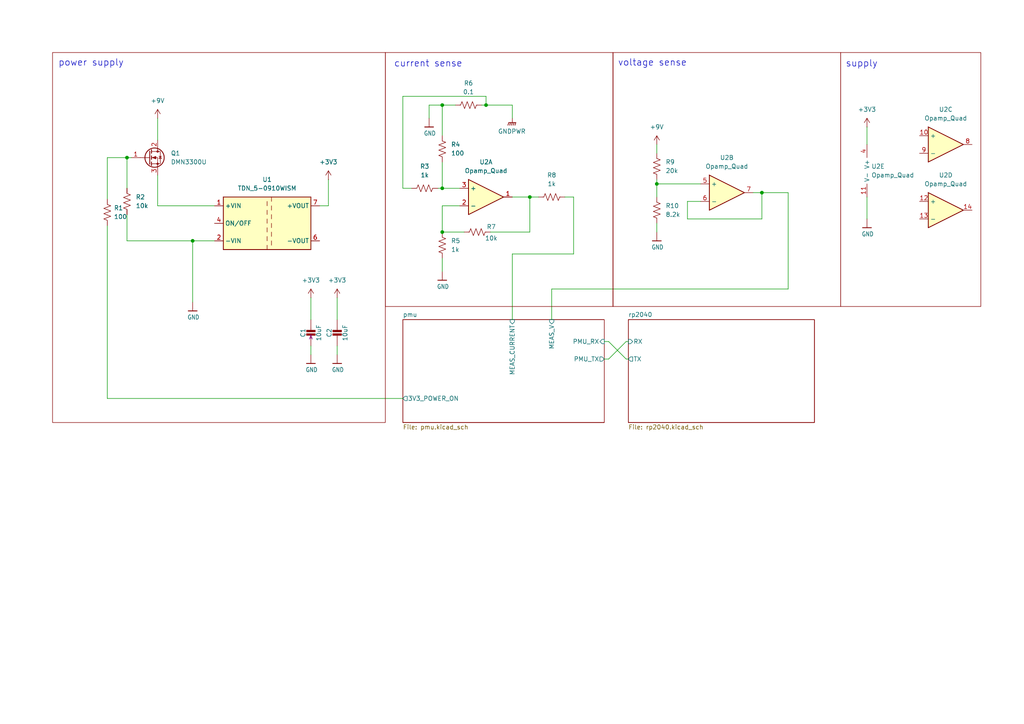
<source format=kicad_sch>
(kicad_sch (version 20250114) (generator "eeschema") (generator_version "9.0")
  (paper "A4")
  (lib_symbols
    (symbol "Adafruit Feather RP2040 RFM-eagle-import:CAP_CERAMIC0805-NOOUTLINE"
      (property "Reference" "C" (at -2.29 1.25 90))
      (symbol "CAP_CERAMIC0805-NOOUTLINE_1_0"
        (rectangle (start -1.27 1.524) (end 1.27 2.032) (fill (type outline)))
        (rectangle (start -1.27 0.508) (end 1.27 1.016) (fill (type outline)))
        (polyline (pts (xy 0 2.54) (xy 0 1.778)) (stroke (width 0.1524)))
        (polyline (pts (xy 0 0.762) (xy 0 0)) (stroke (width 0.1524)))
        (pin passive line (at 0 5.08 270) (length 2.54) (name "1") (number "1"))
        (pin passive line (at 0 -2.54 90) (length 2.54) (name "2") (number "2"))
      )
    )
    (symbol "Adafruit Feather RP2040 RFM-eagle-import:GND" (power)
      (symbol "GND_1_0"
        (polyline (pts (xy -1.27 0) (xy 1.27 0)) (stroke (width 0.254)))
        (pin power_in line (at 0 2.54 270) (length 2.54) (name "GND") (number "1"))
      )
    )
    (symbol "DMN3300U_1" (pin_names (offset 0) (hide yes))
      (property "Reference" "Q2" (at 6.35 1.2701 0))
      (property "Value" "DMN3300U" (at 6.35 -1.2699 0))
      (symbol "DMN3300U_1_0_1"
        (polyline (pts (xy 0.254 1.905) (xy 0.254 -1.905)) (stroke (width 0.254)))
        (polyline (pts (xy 0.254 0) (xy -2.54 0)))
        (polyline (pts (xy 0.762 2.286) (xy 0.762 1.27)) (stroke (width 0.254)))
        (polyline (pts (xy 0.762 0.508) (xy 0.762 -0.508)) (stroke (width 0.254)))
        (polyline (pts (xy 0.762 -1.27) (xy 0.762 -2.286)) (stroke (width 0.254)))
        (polyline (pts (xy 0.762 -1.778) (xy 3.302 -1.778) (xy 3.302 1.778) (xy 0.762 1.778)))
        (polyline (pts (xy 1.016 0) (xy 2.032 0.381) (xy 2.032 -0.381) (xy 1.016 0)) (fill (type outline)))
        (circle (center 1.651 0) (radius 2.794) (stroke (width 0.254)))
        (polyline (pts (xy 2.54 2.54) (xy 2.54 1.778)))
        (circle (center 2.54 1.778) (radius 0.254) (fill (type outline)))
        (circle (center 2.54 -1.778) (radius 0.254) (fill (type outline)))
        (polyline (pts (xy 2.54 -2.54) (xy 2.54 0) (xy 0.762 0)))
        (polyline (pts (xy 2.921 0.381) (xy 3.683 0.381)))
        (polyline (pts (xy 3.302 0.381) (xy 2.921 -0.254) (xy 3.683 -0.254) (xy 3.302 0.381)))
      )
      (symbol "DMN3300U_1_1_1"
        (pin input line (at -5.08 0 0) (length 2.54) (name "G") (number "1"))
        (pin passive line (at 2.54 5.08 270) (length 2.54) (name "S") (number "2"))
        (pin passive line (at 2.54 -5.08 90) (length 2.54) (name "D") (number "3"))
      )
    )
    (symbol "Device:Opamp_Quad"
      (property "Reference" "U" (at 0 5.08 0))
      (property "Value" "Opamp_Quad" (at 0 -5.08 0))
      (symbol "Opamp_Quad_1_1"
        (polyline (pts (xy -5.08 5.08) (xy 5.08 0) (xy -5.08 -5.08) (xy -5.08 5.08)) (stroke (width 0.254)) (fill (type background)))
        (pin input line (at -7.62 2.54 0) (length 2.54) (name "+") (number "3"))
        (pin input line (at -7.62 -2.54 0) (length 2.54) (name "-") (number "2"))
        (pin output line (at 7.62 0 180) (length 2.54) (name "~") (number "1"))
      )
      (symbol "Opamp_Quad_2_1"
        (polyline (pts (xy -5.08 5.08) (xy 5.08 0) (xy -5.08 -5.08) (xy -5.08 5.08)) (stroke (width 0.254)) (fill (type background)))
        (pin input line (at -7.62 2.54 0) (length 2.54) (name "+") (number "5"))
        (pin input line (at -7.62 -2.54 0) (length 2.54) (name "-") (number "6"))
        (pin output line (at 7.62 0 180) (length 2.54) (name "~") (number "7"))
      )
      (symbol "Opamp_Quad_3_1"
        (polyline (pts (xy -5.08 5.08) (xy 5.08 0) (xy -5.08 -5.08) (xy -5.08 5.08)) (stroke (width 0.254)) (fill (type background)))
        (pin input line (at -7.62 2.54 0) (length 2.54) (name "+") (number "10"))
        (pin input line (at -7.62 -2.54 0) (length 2.54) (name "-") (number "9"))
        (pin output line (at 7.62 0 180) (length 2.54) (name "~") (number "8"))
      )
      (symbol "Opamp_Quad_4_1"
        (polyline (pts (xy -5.08 5.08) (xy 5.08 0) (xy -5.08 -5.08) (xy -5.08 5.08)) (stroke (width 0.254)) (fill (type background)))
        (pin input line (at -7.62 2.54 0) (length 2.54) (name "+") (number "12"))
        (pin input line (at -7.62 -2.54 0) (length 2.54) (name "-") (number "13"))
        (pin output line (at 7.62 0 180) (length 2.54) (name "~") (number "14"))
      )
      (symbol "Opamp_Quad_5_1"
        (pin power_in line (at -2.54 7.62 270) (length 3.81) (name "V+") (number "4"))
        (pin power_in line (at -2.54 -7.62 90) (length 3.81) (name "V-") (number "11"))
      )
    )
    (symbol "Device:R_US" (pin_numbers (hide yes)) (pin_names (offset 0))
      (property "Reference" "R" (at 2.54 0 90))
      (property "Value" "R_US" (at -2.54 0 90))
      (symbol "R_US_0_1"
        (polyline (pts (xy 0 2.286) (xy 0 2.54)))
        (polyline (pts (xy 0 2.286) (xy 1.016 1.905) (xy 0 1.524) (xy -1.016 1.143) (xy 0 0.762)))
        (polyline (pts (xy 0 0.762) (xy 1.016 0.381) (xy 0 0) (xy -1.016 -0.381) (xy 0 -0.762)))
        (polyline (pts (xy 0 -0.762) (xy 1.016 -1.143) (xy 0 -1.524) (xy -1.016 -1.905) (xy 0 -2.286)))
        (polyline (pts (xy 0 -2.286) (xy 0 -2.54)))
      )
      (symbol "R_US_1_1"
        (pin passive line (at 0 3.81 270) (length 1.27) (name "~") (number "1"))
        (pin passive line (at 0 -3.81 90) (length 1.27) (name "~") (number "2"))
      )
    )
    (symbol "Regulator_Switching:TDN_5-0910WISM"
      (property "Reference" "U" (at -12.7 8.89 0))
      (property "Value" "TDN_5-0910WISM" (at 5.08 8.89 0))
      (symbol "TDN_5-0910WISM_0_1"
        (rectangle (start -12.7 7.62) (end 12.7 -7.62) (stroke (width 0.254)) (fill (type background)))
      )
      (symbol "TDN_5-0910WISM_1_1"
        (polyline (pts (xy 0 6.35) (xy 0 5.08)))
        (polyline (pts (xy 0 3.81) (xy 0 2.54)))
        (polyline (pts (xy 0 1.27) (xy 0 0)))
        (polyline (pts (xy 0 -1.27) (xy 0 -2.54)))
        (polyline (pts (xy 0 -3.81) (xy 0 -5.08)))
        (polyline (pts (xy 0 -6.35) (xy 0 -7.62)))
        (polyline (pts (xy 1.27 7.62) (xy 1.27 6.35)))
        (polyline (pts (xy 1.27 5.08) (xy 1.27 3.81)))
        (polyline (pts (xy 1.27 2.54) (xy 1.27 1.27)))
        (polyline (pts (xy 1.27 0) (xy 1.27 -1.27)))
        (polyline (pts (xy 1.27 -2.54) (xy 1.27 -3.81)))
        (polyline (pts (xy 1.27 -5.08) (xy 1.27 -6.35)))
        (pin power_in line (at -15.24 5.08 0) (length 2.54) (name "+VIN") (number "1"))
        (pin input line (at -15.24 0 0) (length 2.54) (name "ON/OFF") (number "4"))
        (pin power_in line (at -15.24 -5.08 0) (length 2.54) (name "-VIN") (number "2"))
        (pin no_connect line (at 12.7 2.54 180) (length 2.54) (hide yes) (name "NC") (number "5"))
        (pin power_out line (at 15.24 5.08 180) (length 2.54) (name "+VOUT") (number "7"))
        (pin power_out line (at 15.24 -5.08 180) (length 2.54) (name "-VOUT") (number "6"))
      )
    )
    (symbol "power:+3.3V" (power) (pin_numbers (hide yes)) (pin_names (offset 0) (hide yes))
      (property "Value" "+3.3V" (at 0 3.556 0))
      (symbol "+3.3V_0_1"
        (polyline (pts (xy -0.762 1.27) (xy 0 2.54)))
        (polyline (pts (xy 0 2.54) (xy 0.762 1.27)))
        (polyline (pts (xy 0 0) (xy 0 2.54)))
      )
      (symbol "+3.3V_1_1"
        (pin power_in line (at 0 0 90) (length 0) (name "~") (number "1"))
      )
    )
    (symbol "power:+9V" (power) (pin_numbers (hide yes)) (pin_names (offset 0) (hide yes))
      (property "Value" "+9V" (at 0 3.556 0))
      (symbol "+9V_0_1"
        (polyline (pts (xy -0.762 1.27) (xy 0 2.54)))
        (polyline (pts (xy 0 2.54) (xy 0.762 1.27)))
        (polyline (pts (xy 0 0) (xy 0 2.54)))
      )
      (symbol "+9V_1_1"
        (pin power_in line (at 0 0 90) (length 0) (name "~") (number "1"))
      )
    )
    (symbol "power:GNDPWR" (power) (pin_numbers (hide yes)) (pin_names (offset 0) (hide yes))
      (property "Value" "GNDPWR" (at 0 -3.302 0))
      (symbol "GNDPWR_0_1"
        (polyline (pts (xy -1.016 -1.27) (xy -1.27 -2.032) (xy -1.27 -2.032)) (stroke (width 0.2032)))
        (polyline (pts (xy -0.508 -1.27) (xy -0.762 -2.032) (xy -0.762 -2.032)) (stroke (width 0.2032)))
        (polyline (pts (xy 0 -1.27) (xy 0 0)))
        (polyline (pts (xy 0 -1.27) (xy -0.254 -2.032) (xy -0.254 -2.032)) (stroke (width 0.2032)))
        (polyline (pts (xy 0.508 -1.27) (xy 0.254 -2.032) (xy 0.254 -2.032)) (stroke (width 0.2032)))
        (polyline (pts (xy 1.016 -1.27) (xy -1.016 -1.27) (xy -1.016 -1.27)) (stroke (width 0.2032)))
        (polyline (pts (xy 1.016 -1.27) (xy 0.762 -2.032) (xy 0.762 -2.032) (xy 0.762 -2.032)) (stroke (width 0.2032)))
      )
      (symbol "GNDPWR_1_1"
        (pin power_in line (at 0 0 270) (length 0) (name "~") (number "1"))
      )
    )
  )
  (rectangle (start 15.24 15.24) (end 111.76 122.555) (stroke (width 0) (color 132 0 0 1)))
  (rectangle (start 111.76 15.24) (end 177.8 88.9) (stroke (width 0) (color 132 0 0 1)))
  (rectangle (start 243.84 15.24) (end 284.48 88.9) (stroke (width 0) (color 132 0 0 1)))
  (rectangle (start 177.8 15.24) (end 243.84 88.9) (stroke (width 0) (color 132 0 0 1)))
  (text "supply" (at 249.936 18.542 0) (effects (font (size 1.905 1.905))))
  (text "voltage sense" (at 189.23 18.288 0) (effects (font (size 1.905 1.905))))
  (text "current sense" (at 124.206 18.542 0) (effects (font (size 1.905 1.905))))
  (text "power supply" (at 26.416 18.288 0) (effects (font (size 1.905 1.905))))
  (junction (at 128.27 30.48))
  (junction (at 153.67 57.15))
  (junction (at 190.5 53.34))
  (junction (at 220.98 55.88))
  (junction (at 128.27 54.61))
  (junction (at 140.97 30.48))
  (junction (at 36.83 45.72))
  (junction (at 128.27 67.31))
  (junction (at 55.88 69.85))
  (wire (pts (xy 62.23 69.85) (xy 55.88 69.85)))
  (wire (pts (xy 176.53 99.06) (xy 181.61 104.14)))
  (wire (pts (xy 190.5 52.07) (xy 190.5 53.34)))
  (wire (pts (xy 176.53 104.14) (xy 181.61 99.06)))
  (wire (pts (xy 190.5 53.34) (xy 190.5 57.15)))
  (wire (pts (xy 251.46 57.15) (xy 251.46 63.5)))
  (wire (pts (xy 160.02 83.82) (xy 160.02 92.71)))
  (wire (pts (xy 90.17 100.33) (xy 90.17 102.87)) (stroke (width 0.1524)))
  (wire (pts (xy 116.84 27.94) (xy 116.84 54.61)))
  (wire (pts (xy 31.115 65.405) (xy 31.115 115.57)))
  (wire (pts (xy 148.59 30.48) (xy 148.59 34.29)))
  (wire (pts (xy 203.2 58.42) (xy 199.39 58.42)))
  (wire (pts (xy 92.71 59.69) (xy 95.25 59.69)))
  (wire (pts (xy 97.79 100.33) (xy 97.79 102.87)) (stroke (width 0.1524)))
  (wire (pts (xy 153.67 57.15) (xy 156.21 57.15)))
  (wire (pts (xy 128.27 67.31) (xy 134.62 67.31)))
  (wire (pts (xy 181.61 104.14) (xy 182.245 104.14)))
  (wire (pts (xy 128.27 30.48) (xy 132.08 30.48)))
  (wire (pts (xy 199.39 58.42) (xy 199.39 63.5)))
  (wire (pts (xy 31.115 45.72) (xy 36.83 45.72)))
  (wire (pts (xy 228.6 55.88) (xy 228.6 83.82)))
  (wire (pts (xy 190.5 64.77) (xy 190.5 67.31)))
  (wire (pts (xy 116.84 54.61) (xy 119.38 54.61)))
  (wire (pts (xy 124.46 30.48) (xy 128.27 30.48)))
  (wire (pts (xy 45.72 50.8) (xy 45.72 59.69)))
  (wire (pts (xy 181.61 99.06) (xy 182.245 99.06)))
  (wire (pts (xy 220.98 63.5) (xy 220.98 55.88)))
  (wire (pts (xy 36.83 62.23) (xy 36.83 69.85)))
  (wire (pts (xy 160.02 83.82) (xy 228.6 83.82)))
  (wire (pts (xy 55.88 69.85) (xy 55.88 87.63)))
  (wire (pts (xy 97.79 86.36) (xy 97.79 92.71)))
  (wire (pts (xy 220.98 55.88) (xy 228.6 55.88)))
  (wire (pts (xy 140.97 30.48) (xy 140.97 27.94)))
  (wire (pts (xy 45.72 34.29) (xy 45.72 40.64)))
  (wire (pts (xy 163.83 57.15) (xy 166.37 57.15)))
  (wire (pts (xy 140.97 30.48) (xy 148.59 30.48)))
  (wire (pts (xy 90.17 86.36) (xy 90.17 92.71)))
  (wire (pts (xy 133.35 59.69) (xy 128.27 59.69)))
  (wire (pts (xy 45.72 59.69) (xy 62.23 59.69)))
  (wire (pts (xy 153.67 67.31) (xy 153.67 57.15)))
  (wire (pts (xy 128.27 54.61) (xy 133.35 54.61)))
  (wire (pts (xy 175.26 99.06) (xy 176.53 99.06)))
  (wire (pts (xy 220.98 55.88) (xy 218.44 55.88)))
  (wire (pts (xy 190.5 41.91) (xy 190.5 44.45)))
  (wire (pts (xy 190.5 53.34) (xy 203.2 53.34)))
  (wire (pts (xy 128.27 59.69) (xy 128.27 67.31)))
  (wire (pts (xy 175.26 104.14) (xy 176.53 104.14)))
  (wire (pts (xy 128.27 46.99) (xy 128.27 54.61)))
  (wire (pts (xy 128.27 30.48) (xy 128.27 39.37)))
  (wire (pts (xy 95.25 52.07) (xy 95.25 59.69)))
  (wire (pts (xy 148.59 73.66) (xy 148.59 92.71)))
  (wire (pts (xy 139.7 30.48) (xy 140.97 30.48)))
  (wire (pts (xy 128.27 74.93) (xy 128.27 78.74)))
  (wire (pts (xy 166.37 57.15) (xy 166.37 73.66)))
  (wire (pts (xy 36.83 45.72) (xy 36.83 54.61)))
  (wire (pts (xy 148.59 73.66) (xy 166.37 73.66)))
  (wire (pts (xy 199.39 63.5) (xy 220.98 63.5)))
  (wire (pts (xy 31.115 115.57) (xy 116.84 115.57)))
  (wire (pts (xy 31.115 45.72) (xy 31.115 57.785)))
  (wire (pts (xy 36.83 69.85) (xy 55.88 69.85)))
  (wire (pts (xy 124.46 34.29) (xy 124.46 30.48)))
  (wire (pts (xy 142.24 67.31) (xy 153.67 67.31)))
  (wire (pts (xy 140.97 27.94) (xy 116.84 27.94)))
  (wire (pts (xy 153.67 57.15) (xy 148.59 57.15)))
  (wire (pts (xy 127 54.61) (xy 128.27 54.61)))
  (wire (pts (xy 251.46 36.83) (xy 251.46 41.91)))
  (wire (pts (xy 36.83 45.72) (xy 38.1 45.72)))
  (symbol (lib_id "Adafruit Feather RP2040 RFM-eagle-import:GND") (at 55.88 90.17 0) (unit 1)
    (property "Reference" "#U$01" (effects (hide yes)))
    (property "Value" "GND" (at 54.356 92.71 0) (effects (font (size 1.27 1.0795)) (justify left bottom)))
  )
  (symbol (lib_id "Device:R_US") (at 160.02 57.15 270) (unit 1)
    (property "Reference" "R8" (at 160.02 50.8 90))
    (property "Value" "1k" (at 160.02 53.34 90))
    (property "Footprint" "Resistor_SMD:R_0805_2012Metric" (effects (hide yes)))
    (property "Description" "Resistor, US symbol" (effects (hide yes)))
  )
  (symbol (lib_id "power:GNDPWR") (at 148.59 34.29 0) (unit 1)
    (property "Reference" "#PWR07" (effects (hide yes)))
    (property "Value" "GNDPWR" (at 148.463 38.1 0))
    (property "Description" "Power symbol creates a global label with name \"GNDPWR\" , global ground" (effects (hide yes)))
  )
  (symbol (lib_id "Regulator_Switching:TDN_5-0910WISM") (at 77.47 64.77 0) (unit 1)
    (property "Reference" "U1" (at 77.47 52.07 0))
    (property "Value" "TDN_5-0910WISM" (at 77.47 54.61 0))
    (property "Footprint" "Converter_DCDC:Converter_DCDC_TRACO_TDN_5-xxxxWISM_SMD" (effects (hide yes)))
    (property "Datasheet" "https://assets.tracopower.com/20190626081517/TDN5WISM/documents/tdn5wism-datasheet.pdf" (effects (hide yes)))
    (property "Description" "Input 4.5 to 13.2V, Output 3.3V" (effects (hide yes)))
  )
  (symbol (lib_id "Device:Opamp_Quad") (at 274.32 41.91 0) (unit 3)
    (property "Reference" "U2" (at 274.32 31.75 0))
    (property "Value" "Opamp_Quad" (at 274.32 34.29 0))
    (property "Footprint" "Package_SO:TSSOP-14_4.4x5mm_P0.65mm" (effects (hide yes)))
    (property "Description" "Quad operational amplifier" (effects (hide yes)))
    (property "Sim.Library" "${KICAD9_SYMBOL_DIR}/Simulation_SPICE.sp" (effects (hide yes)))
    (property "Sim.Name" "kicad_builtin_opamp_quad" (effects (hide yes)))
    (property "Sim.Device" "SUBCKT" (effects (hide yes)))
    (property "Sim.Pins" "1=out1 2=in1- 3=in1+ 4=vcc 5=in2+ 6=in2- 7=out2 8=out3 9=in3- 10=in3+ 11=vee 12=in4+ 13=in4- 14=out4" (effects (hide yes)))
  )
  (symbol (lib_id "Device:Opamp_Quad") (at 140.97 57.15 0) (unit 1)
    (property "Reference" "U2" (at 140.97 46.99 0))
    (property "Value" "Opamp_Quad" (at 140.97 49.53 0))
    (property "Footprint" "Package_SO:TSSOP-14_4.4x5mm_P0.65mm" (effects (hide yes)))
    (property "Description" "Quad operational amplifier" (effects (hide yes)))
    (property "Sim.Library" "${KICAD9_SYMBOL_DIR}/Simulation_SPICE.sp" (effects (hide yes)))
    (property "Sim.Name" "kicad_builtin_opamp_quad" (effects (hide yes)))
    (property "Sim.Device" "SUBCKT" (effects (hide yes)))
    (property "Sim.Pins" "1=out1 2=in1- 3=in1+ 4=vcc 5=in2+ 6=in2- 7=out2 8=out3 9=in3- 10=in3+ 11=vee 12=in4+ 13=in4- 14=out4" (effects (hide yes)))
  )
  (symbol (lib_name "DMN3300U_1") (lib_id "Transistor_FET:DMN3300U") (at 43.18 45.72 0) (unit 1)
    (property "Reference" "Q1" (at 49.53 44.4499 0) (effects (justify left)))
    (property "Value" "DMN3300U" (at 49.53 46.9899 0) (effects (justify left)))
    (property "Footprint" "Package_TO_SOT_SMD:SOT-23" (effects (hide yes)))
    (property "Datasheet" "http://www.diodes.com/assets/Datasheets/ds31181.pdf" (effects (hide yes)))
    (property "Description" "2A Id, 30V Vds, N-Channel MOSFET, SOT-23" (effects (hide yes)))
  )
  (symbol (lib_id "Adafruit Feather RP2040 RFM-eagle-import:GND") (at 128.27 81.28 0) (unit 1)
    (property "Reference" "#U$035" (effects (hide yes)))
    (property "Value" "GND" (at 126.746 83.82 0) (effects (font (size 1.27 1.0795)) (justify left bottom)))
  )
  (symbol (lib_id "Device:Opamp_Quad") (at 210.82 55.88 0) (unit 2)
    (property "Reference" "U2" (at 210.82 45.72 0))
    (property "Value" "Opamp_Quad" (at 210.82 48.26 0))
    (property "Footprint" "Package_SO:TSSOP-14_4.4x5mm_P0.65mm" (effects (hide yes)))
    (property "Description" "Quad operational amplifier" (effects (hide yes)))
    (property "Sim.Library" "${KICAD9_SYMBOL_DIR}/Simulation_SPICE.sp" (effects (hide yes)))
    (property "Sim.Name" "kicad_builtin_opamp_quad" (effects (hide yes)))
    (property "Sim.Device" "SUBCKT" (effects (hide yes)))
    (property "Sim.Pins" "1=out1 2=in1- 3=in1+ 4=vcc 5=in2+ 6=in2- 7=out2 8=out3 9=in3- 10=in3+ 11=vee 12=in4+ 13=in4- 14=out4" (effects (hide yes)))
  )
  (symbol (lib_id "Adafruit Feather RP2040 RFM-eagle-import:CAP_CERAMIC0805-NOOUTLINE") (at 97.79 97.79 0) (unit 1)
    (property "Reference" "C2" (at 95.5 96.54 90))
    (property "Value" "10uF" (at 100.09 96.54 90))
    (property "Footprint" "Capacitor_SMD:C_0805_2012Metric" (effects (hide yes)))
  )
  (symbol (lib_id "Adafruit Feather RP2040 RFM-eagle-import:GND") (at 251.46 66.04 0) (unit 1)
    (property "Reference" "#U$037" (effects (hide yes)))
    (property "Value" "GND" (at 249.936 68.58 0) (effects (font (size 1.27 1.0795)) (justify left bottom)))
  )
  (symbol (lib_id "Device:R_US") (at 36.83 58.42 0) (unit 1)
    (property "Reference" "R2" (at 39.37 57.1499 0) (effects (justify left)))
    (property "Value" "10k" (at 39.37 59.6899 0) (effects (justify left)))
    (property "Footprint" "Resistor_SMD:R_0805_2012Metric" (effects (hide yes)))
    (property "Description" "Resistor, US symbol" (effects (hide yes)))
  )
  (symbol (lib_id "Device:Opamp_Quad") (at 274.32 60.96 0) (unit 4)
    (property "Reference" "U2" (at 274.32 50.8 0))
    (property "Value" "Opamp_Quad" (at 274.32 53.34 0))
    (property "Footprint" "Package_SO:TSSOP-14_4.4x5mm_P0.65mm" (effects (hide yes)))
    (property "Description" "Quad operational amplifier" (effects (hide yes)))
    (property "Sim.Library" "${KICAD9_SYMBOL_DIR}/Simulation_SPICE.sp" (effects (hide yes)))
    (property "Sim.Name" "kicad_builtin_opamp_quad" (effects (hide yes)))
    (property "Sim.Device" "SUBCKT" (effects (hide yes)))
    (property "Sim.Pins" "1=out1 2=in1- 3=in1+ 4=vcc 5=in2+ 6=in2- 7=out2 8=out3 9=in3- 10=in3+ 11=vee 12=in4+ 13=in4- 14=out4" (effects (hide yes)))
  )
  (symbol (lib_id "Device:R_US") (at 190.5 60.96 180) (unit 1)
    (property "Reference" "R10" (at 193.04 59.6899 0) (effects (justify right)))
    (property "Value" "8.2k" (at 193.04 62.2299 0) (effects (justify right)))
    (property "Footprint" "Resistor_SMD:R_0805_2012Metric" (effects (hide yes)))
    (property "Description" "Resistor, US symbol" (effects (hide yes)))
  )
  (symbol (lib_id "Device:R_US") (at 128.27 71.12 180) (unit 1)
    (property "Reference" "R5" (at 130.81 69.8499 0) (effects (justify right)))
    (property "Value" "1k" (at 130.81 72.3899 0) (effects (justify right)))
    (property "Footprint" "Resistor_SMD:R_0805_2012Metric" (effects (hide yes)))
    (property "Description" "Resistor, US symbol" (effects (hide yes)))
  )
  (symbol (lib_id "Device:R_US") (at 128.27 43.18 180) (unit 1)
    (property "Reference" "R4" (at 130.81 41.9099 0) (effects (justify right)))
    (property "Value" "100" (at 130.81 44.4499 0) (effects (justify right)))
    (property "Footprint" "Resistor_SMD:R_0805_2012Metric" (effects (hide yes)))
    (property "Description" "Resistor, US symbol" (effects (hide yes)))
  )
  (symbol (lib_id "Device:R_US") (at 138.43 67.31 90) (unit 1)
    (property "Reference" "R7" (at 142.494 65.786 90))
    (property "Value" "10k" (at 142.494 69.088 90))
    (property "Footprint" "Resistor_SMD:R_0805_2012Metric" (effects (hide yes)))
    (property "Description" "Resistor, US symbol" (effects (hide yes)))
  )
  (symbol (lib_id "Device:R_US") (at 123.19 54.61 270) (unit 1)
    (property "Reference" "R3" (at 123.19 48.26 90))
    (property "Value" "1k" (at 123.19 50.8 90))
    (property "Footprint" "Resistor_SMD:R_0805_2012Metric" (effects (hide yes)))
    (property "Description" "Resistor, US symbol" (effects (hide yes)))
  )
  (symbol (lib_id "power:+3.3V") (at 251.46 36.83 0) (unit 1)
    (property "Reference" "#PWR010" (effects (hide yes)))
    (property "Value" "+3V3" (at 251.46 31.75 0))
    (property "Description" "Power symbol creates a global label with name \"+3.3V\"" (effects (hide yes)))
  )
  (symbol (lib_id "power:+9V") (at 45.72 34.29 0) (unit 1)
    (property "Reference" "#PWR01" (effects (hide yes)))
    (property "Value" "+9V" (at 45.72 29.21 0))
    (property "Description" "Power symbol creates a global label with name \"+9V\"" (effects (hide yes)))
  )
  (symbol (lib_id "power:+3.3V") (at 95.25 52.07 0) (unit 1)
    (property "Reference" "#PWR03" (effects (hide yes)))
    (property "Value" "+3V3" (at 95.25 46.99 0))
    (property "Description" "Power symbol creates a global label with name \"+3.3V\"" (effects (hide yes)))
  )
  (symbol (lib_id "Adafruit Feather RP2040 RFM-eagle-import:GND") (at 90.17 105.41 0) (unit 1)
    (property "Reference" "#U$02" (effects (hide yes)))
    (property "Value" "GND" (at 88.646 107.95 0) (effects (font (size 1.27 1.0795)) (justify left bottom)))
  )
  (symbol (lib_id "Adafruit Feather RP2040 RFM-eagle-import:GND") (at 124.46 36.83 0) (unit 1)
    (property "Reference" "#U$038" (effects (hide yes)))
    (property "Value" "GND" (at 122.936 39.37 0) (effects (font (size 1.27 1.0795)) (justify left bottom)))
  )
  (symbol (lib_id "Device:R_US") (at 190.5 48.26 180) (unit 1)
    (property "Reference" "R9" (at 193.04 46.9899 0) (effects (justify right)))
    (property "Value" "20k" (at 193.04 49.5299 0) (effects (justify right)))
    (property "Footprint" "Resistor_SMD:R_0805_2012Metric" (effects (hide yes)))
    (property "Description" "Resistor, US symbol" (effects (hide yes)))
  )
  (symbol (lib_id "power:+3.3V") (at 97.79 86.36 0) (unit 1)
    (property "Reference" "#PWR04" (effects (hide yes)))
    (property "Value" "+3V3" (at 97.79 81.28 0))
    (property "Description" "Power symbol creates a global label with name \"+3.3V\"" (effects (hide yes)))
  )
  (symbol (lib_id "Adafruit Feather RP2040 RFM-eagle-import:GND") (at 190.5 69.85 0) (unit 1)
    (property "Reference" "#U$036" (effects (hide yes)))
    (property "Value" "GND" (at 188.976 72.39 0) (effects (font (size 1.27 1.0795)) (justify left bottom)))
  )
  (symbol (lib_id "power:+9V") (at 190.5 41.91 0) (unit 1)
    (property "Reference" "#PWR08" (effects (hide yes)))
    (property "Value" "+9V" (at 190.5 36.83 0))
    (property "Description" "Power symbol creates a global label with name \"+9V\"" (effects (hide yes)))
  )
  (symbol (lib_id "Device:Opamp_Quad") (at 254 49.53 0) (unit 5)
    (property "Reference" "U2" (at 252.73 48.2599 0) (effects (justify left)))
    (property "Value" "Opamp_Quad" (at 252.73 50.7999 0) (effects (justify left)))
    (property "Footprint" "Package_SO:TSSOP-14_4.4x5mm_P0.65mm" (effects (hide yes)))
    (property "Description" "Quad operational amplifier" (effects (hide yes)))
    (property "Sim.Library" "${KICAD9_SYMBOL_DIR}/Simulation_SPICE.sp" (effects (hide yes)))
    (property "Sim.Name" "kicad_builtin_opamp_quad" (effects (hide yes)))
    (property "Sim.Device" "SUBCKT" (effects (hide yes)))
    (property "Sim.Pins" "1=out1 2=in1- 3=in1+ 4=vcc 5=in2+ 6=in2- 7=out2 8=out3 9=in3- 10=in3+ 11=vee 12=in4+ 13=in4- 14=out4" (effects (hide yes)))
  )
  (symbol (lib_id "Adafruit Feather RP2040 RFM-eagle-import:CAP_CERAMIC0805-NOOUTLINE") (at 90.17 97.79 0) (unit 1)
    (property "Reference" "C1" (at 87.88 96.54 90))
    (property "Value" "10uF" (at 92.47 96.54 90))
    (property "Footprint" "Capacitor_SMD:C_0805_2012Metric" (effects (hide yes)))
    (property "REV" "A" (at 90.17 97.79 0))
  )
  (symbol (lib_id "Device:R_US") (at 31.115 61.595 0) (unit 1)
    (property "Reference" "R1" (at 33.02 60.3249 0) (effects (justify left)))
    (property "Value" "100" (at 33.02 62.8649 0) (effects (justify left)))
    (property "Footprint" "Resistor_SMD:R_0805_2012Metric" (effects (hide yes)))
    (property "Description" "Resistor, US symbol" (effects (hide yes)))
  )
  (symbol (lib_id "Adafruit Feather RP2040 RFM-eagle-import:GND") (at 97.79 105.41 0) (unit 1)
    (property "Reference" "#U$03" (effects (hide yes)))
    (property "Value" "GND" (at 96.266 107.95 0) (effects (font (size 1.27 1.0795)) (justify left bottom)))
  )
  (symbol (lib_id "power:+3.3V") (at 90.17 86.36 0) (unit 1)
    (property "Reference" "#PWR02" (effects (hide yes)))
    (property "Value" "+3V3" (at 90.17 81.28 0))
    (property "Description" "Power symbol creates a global label with name \"+3.3V\"" (effects (hide yes)))
  )
  (symbol (lib_id "Device:R_US") (at 135.89 30.48 90) (unit 1)
    (property "Reference" "R6" (at 135.89 24.13 90))
    (property "Value" "0.1" (at 135.89 26.67 90))
    (property "Footprint" "Resistor_THT:R_Axial_DIN0414_L11.9mm_D4.5mm_P15.24mm_Horizontal" (effects (hide yes)))
    (property "Description" "Resistor, US symbol" (effects (hide yes)))
  )
  (sheet (at 182.245 92.71) (size 53.975 29.845) (stroke (width 0.1524))
    (property "Sheetname" "rp2040" (at 182.245 91.9984 0) (effects (justify left bottom)))
    (property "Sheetfile" "rp2040.kicad_sch" (at 182.245 123.1396 0) (effects (justify left top)))
    (pin "TX" output (at 182.245 104.14 180))
    (pin "RX" input (at 182.245 99.06 180))
  )
  (sheet (at 116.84 92.71) (size 58.42 29.845) (stroke (width 0.1524))
    (property "Sheetname" "pmu" (at 116.84 91.9984 0) (effects (justify left bottom)))
    (property "Sheetfile" "pmu.kicad_sch" (at 116.84 123.1396 0) (effects (justify left top)))
    (pin "3V3_POWER_ON" output (at 116.84 115.57 180))
    (pin "PMU_RX" input (at 175.26 99.06 0))
    (pin "PMU_TX" output (at 175.26 104.14 0))
    (pin "MEAS_V" input (at 160.02 92.71 90))
    (pin "MEAS_CURRENT" input (at 148.59 92.71 90))
  )
)
</source>
